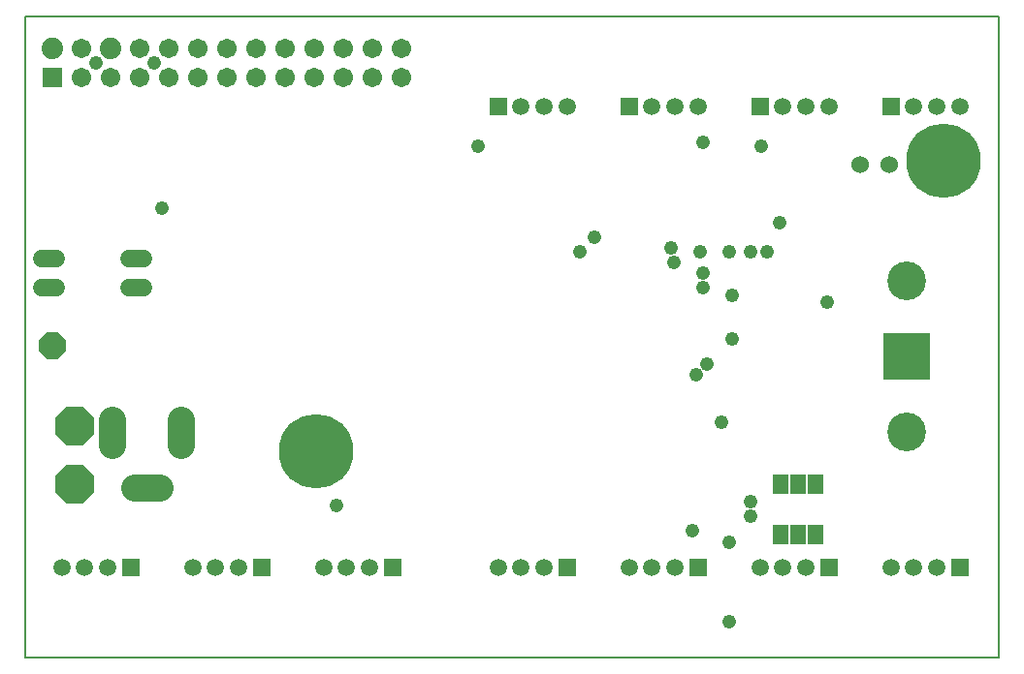
<source format=gbs>
G75*
G70*
%OFA0B0*%
%FSLAX24Y24*%
%IPPOS*%
%LPD*%
%AMOC8*
5,1,8,0,0,1.08239X$1,22.5*
%
%ADD10C,0.0050*%
%ADD11R,0.0674X0.0674*%
%ADD12C,0.0740*%
%ADD13C,0.0674*%
%ADD14C,0.0000*%
%ADD15C,0.1261*%
%ADD16C,0.0600*%
%ADD17R,0.1640X0.1640*%
%ADD18C,0.1330*%
%ADD19C,0.0940*%
%ADD20C,0.0600*%
%ADD21R,0.0595X0.0595*%
%ADD22C,0.0595*%
%ADD23OC8,0.0930*%
%ADD24OC8,0.1330*%
%ADD25R,0.0540X0.0710*%
%ADD26C,0.0476*%
%ADD27C,0.0480*%
%ADD28C,0.2560*%
D10*
X000157Y000401D02*
X000157Y022448D01*
X033622Y022448D01*
X033622Y000401D01*
X000157Y000401D01*
D11*
X001102Y020371D03*
D12*
X001102Y021371D03*
X003102Y021371D03*
D13*
X004102Y021371D03*
X005102Y021371D03*
X006102Y021371D03*
X007102Y021371D03*
X008102Y021371D03*
X009102Y021371D03*
X010102Y021371D03*
X011102Y021371D03*
X012102Y021371D03*
X013102Y021371D03*
X013102Y020371D03*
X012102Y020371D03*
X011102Y020371D03*
X010102Y020371D03*
X009102Y020371D03*
X008102Y020371D03*
X007102Y020371D03*
X006102Y020371D03*
X005102Y020371D03*
X004102Y020371D03*
X003102Y020371D03*
X002102Y020371D03*
X002102Y021371D03*
D14*
X009573Y007496D02*
X009575Y007544D01*
X009581Y007592D01*
X009591Y007639D01*
X009604Y007685D01*
X009622Y007730D01*
X009642Y007774D01*
X009667Y007816D01*
X009695Y007855D01*
X009725Y007892D01*
X009759Y007926D01*
X009796Y007958D01*
X009834Y007987D01*
X009875Y008012D01*
X009918Y008034D01*
X009963Y008052D01*
X010009Y008066D01*
X010056Y008077D01*
X010104Y008084D01*
X010152Y008087D01*
X010200Y008086D01*
X010248Y008081D01*
X010296Y008072D01*
X010342Y008060D01*
X010387Y008043D01*
X010431Y008023D01*
X010473Y008000D01*
X010513Y007973D01*
X010551Y007943D01*
X010586Y007910D01*
X010618Y007874D01*
X010648Y007836D01*
X010674Y007795D01*
X010696Y007752D01*
X010716Y007708D01*
X010731Y007663D01*
X010743Y007616D01*
X010751Y007568D01*
X010755Y007520D01*
X010755Y007472D01*
X010751Y007424D01*
X010743Y007376D01*
X010731Y007329D01*
X010716Y007284D01*
X010696Y007240D01*
X010674Y007197D01*
X010648Y007156D01*
X010618Y007118D01*
X010586Y007082D01*
X010551Y007049D01*
X010513Y007019D01*
X010473Y006992D01*
X010431Y006969D01*
X010387Y006949D01*
X010342Y006932D01*
X010296Y006920D01*
X010248Y006911D01*
X010200Y006906D01*
X010152Y006905D01*
X010104Y006908D01*
X010056Y006915D01*
X010009Y006926D01*
X009963Y006940D01*
X009918Y006958D01*
X009875Y006980D01*
X009834Y007005D01*
X009796Y007034D01*
X009759Y007066D01*
X009725Y007100D01*
X009695Y007137D01*
X009667Y007176D01*
X009642Y007218D01*
X009622Y007262D01*
X009604Y007307D01*
X009591Y007353D01*
X009581Y007400D01*
X009575Y007448D01*
X009573Y007496D01*
X031136Y017496D02*
X031138Y017544D01*
X031144Y017592D01*
X031154Y017639D01*
X031167Y017685D01*
X031185Y017730D01*
X031205Y017774D01*
X031230Y017816D01*
X031258Y017855D01*
X031288Y017892D01*
X031322Y017926D01*
X031359Y017958D01*
X031397Y017987D01*
X031438Y018012D01*
X031481Y018034D01*
X031526Y018052D01*
X031572Y018066D01*
X031619Y018077D01*
X031667Y018084D01*
X031715Y018087D01*
X031763Y018086D01*
X031811Y018081D01*
X031859Y018072D01*
X031905Y018060D01*
X031950Y018043D01*
X031994Y018023D01*
X032036Y018000D01*
X032076Y017973D01*
X032114Y017943D01*
X032149Y017910D01*
X032181Y017874D01*
X032211Y017836D01*
X032237Y017795D01*
X032259Y017752D01*
X032279Y017708D01*
X032294Y017663D01*
X032306Y017616D01*
X032314Y017568D01*
X032318Y017520D01*
X032318Y017472D01*
X032314Y017424D01*
X032306Y017376D01*
X032294Y017329D01*
X032279Y017284D01*
X032259Y017240D01*
X032237Y017197D01*
X032211Y017156D01*
X032181Y017118D01*
X032149Y017082D01*
X032114Y017049D01*
X032076Y017019D01*
X032036Y016992D01*
X031994Y016969D01*
X031950Y016949D01*
X031905Y016932D01*
X031859Y016920D01*
X031811Y016911D01*
X031763Y016906D01*
X031715Y016905D01*
X031667Y016908D01*
X031619Y016915D01*
X031572Y016926D01*
X031526Y016940D01*
X031481Y016958D01*
X031438Y016980D01*
X031397Y017005D01*
X031359Y017034D01*
X031322Y017066D01*
X031288Y017100D01*
X031258Y017137D01*
X031230Y017176D01*
X031205Y017218D01*
X031185Y017262D01*
X031167Y017307D01*
X031154Y017353D01*
X031144Y017400D01*
X031138Y017448D01*
X031136Y017496D01*
D15*
X031727Y017496D03*
X010164Y007496D03*
D16*
X028852Y017371D03*
X029852Y017371D03*
D17*
X030477Y010746D03*
D18*
X030477Y008146D03*
X030477Y013346D03*
D19*
X005533Y008551D02*
X005533Y007691D01*
X004782Y006232D02*
X003922Y006232D01*
X003171Y007691D02*
X003171Y008551D01*
D20*
X003717Y013121D02*
X004237Y013121D01*
X004237Y014121D02*
X003717Y014121D01*
X001237Y014121D02*
X000717Y014121D01*
X000717Y013121D02*
X001237Y013121D01*
D21*
X003783Y003496D03*
X008283Y003496D03*
X012783Y003496D03*
X018783Y003496D03*
X023283Y003496D03*
X027783Y003496D03*
X032283Y003496D03*
X029921Y019371D03*
X025421Y019371D03*
X020921Y019371D03*
X016421Y019371D03*
D22*
X017208Y019371D03*
X017996Y019371D03*
X018783Y019371D03*
X021708Y019371D03*
X022496Y019371D03*
X023283Y019371D03*
X026208Y019371D03*
X026996Y019371D03*
X027783Y019371D03*
X030708Y019371D03*
X031496Y019371D03*
X032283Y019371D03*
X031496Y003496D03*
X030708Y003496D03*
X029921Y003496D03*
X026996Y003496D03*
X026208Y003496D03*
X025421Y003496D03*
X022496Y003496D03*
X021708Y003496D03*
X020921Y003496D03*
X017996Y003496D03*
X017208Y003496D03*
X016421Y003496D03*
X011996Y003496D03*
X011208Y003496D03*
X010421Y003496D03*
X007496Y003496D03*
X006708Y003496D03*
X005921Y003496D03*
X002996Y003496D03*
X002208Y003496D03*
X001421Y003496D03*
D23*
X001102Y011121D03*
D24*
X001852Y008371D03*
X001852Y006371D03*
D25*
X026127Y006371D03*
X026727Y006371D03*
X027327Y006371D03*
X027327Y004621D03*
X026727Y004621D03*
X026127Y004621D03*
D26*
X024352Y004371D03*
X023102Y004746D03*
X024352Y001621D03*
X023227Y010121D03*
X023602Y010496D03*
X023477Y013121D03*
X023477Y013621D03*
X023352Y014371D03*
X022477Y013996D03*
X019727Y014871D03*
X019227Y014371D03*
X015727Y017996D03*
X023477Y018121D03*
X025477Y017996D03*
X026102Y015371D03*
X010852Y005621D03*
X004852Y015871D03*
X004602Y020871D03*
X002602Y020871D03*
D27*
X022352Y014496D03*
X024352Y014371D03*
X025102Y014371D03*
X025664Y014371D03*
X024477Y012871D03*
X024477Y011371D03*
X027727Y012621D03*
X024102Y008496D03*
X025102Y005746D03*
X025102Y005246D03*
D28*
X010164Y007496D03*
X031727Y017496D03*
M02*

</source>
